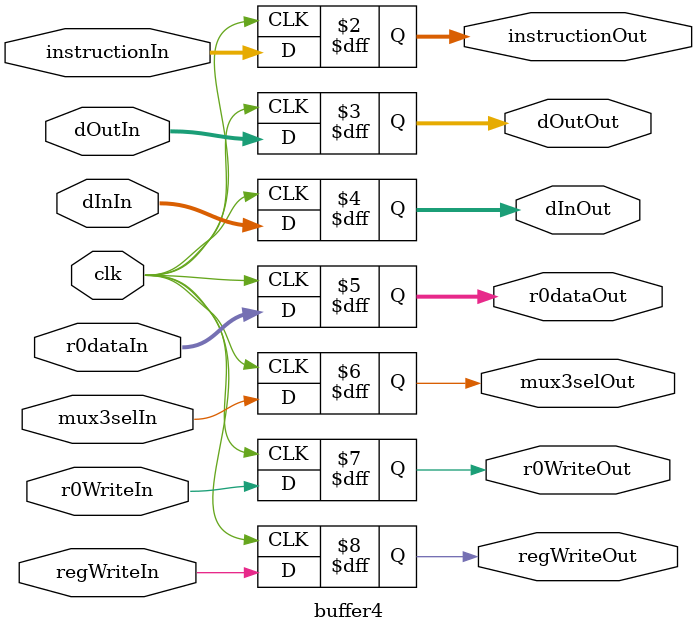
<source format=v>
module buffer4(regWriteIn, mux3selIn, r0WriteIn, instructionIn, dOutIn, dInIn, r0dataIn, 
				regWriteOut, mux3selOut, r0WriteOut, instructionOut, dOutOut, dInOut, r0dataOut,
				clk);
	input[15:0] instructionIn, dOutIn, dInIn, r0dataIn;
	input mux3selIn, r0WriteIn, regWriteIn, clk;
	output reg [15:0] instructionOut, dOutOut, dInOut, r0dataOut;
	output reg mux3selOut, r0WriteOut, regWriteOut;
	
	always@(posedge clk)
	begin
		instructionOut = instructionIn;
		dOutOut = dOutIn;
		dInOut =  dInIn; 
		r0dataOut = r0dataIn;
		mux3selOut = mux3selIn;
		r0WriteOut = r0WriteIn;
		regWriteOut = regWriteIn;
		 
	end
endmodule

</source>
